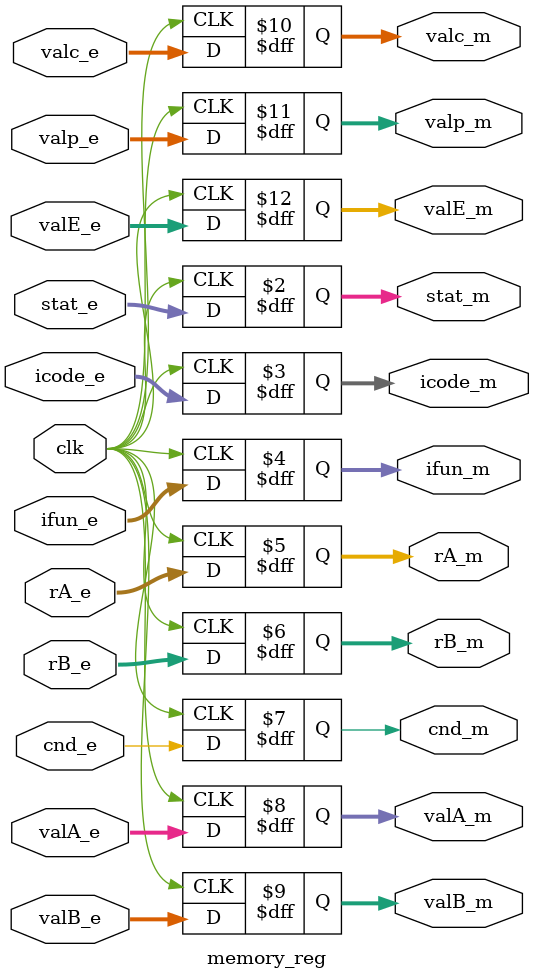
<source format=v>
module memory_reg(clk,stat_e,icode_e,ifun_e,cnd_e,valE_e,valA_e,valB_e,valc_e,valp_e,rA_e,rB_e,stat_m,icode_m,ifun_m,valp_m,valc_m,valA_m,valB_m,valE_m,cnd_m,rA_m,rB_m);
input clk;
input [2:0]stat_e;
input [3:0]icode_e;
input [3:0]ifun_e;
input [3:0]rA_e;
input [3:0]rB_e;
input cnd_e;
input [63:0]valA_e;
input [63:0]valB_e;
input [63:0]valc_e;
input [63:0]valp_e;
input [63:0]valE_e;
output reg [2:0]stat_m;
output reg [3:0]icode_m;
output reg [3:0]ifun_m;
output reg [3:0]rA_m;
output reg [3:0]rB_m;
output reg cnd_m;
output reg [63:0]valA_m;
output reg [63:0]valB_m;
output reg [63:0]valc_m;
output reg [63:0]valp_m;
output reg [63:0]valE_m;

always @(posedge clk) begin
    stat_m <= stat_e;
    icode_m <= icode_e;
    ifun_m <= ifun_e;
    rA_m <= rA_e;
    rB_m <= rB_e;
    cnd_m <= cnd_e;
    valA_m <= valA_e;
    valB_m <= valB_e;
    valp_m <= valp_e;
    valc_m <= valc_e;
    valE_m <= valE_e;
end
endmodule
</source>
